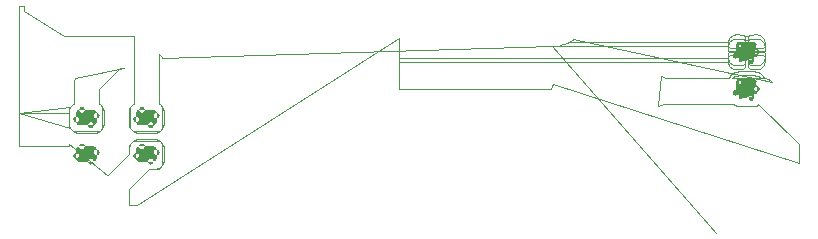
<source format=gbr>
From f3fab3b2e0c5d02cc18abab27c27055bb23d4def Mon Sep 17 00:00:00 2001
From: Blaise Thompson <blaise@untzag.com>
Date: Fri, 5 Mar 2021 10:08:24 -0600
Subject: analog-driver revision B

---
 analog-driver/gerber/driver-F_Cu.gbr | 787 +++++++++++++++++------------------
 1 file changed, 388 insertions(+), 399 deletions(-)

(limited to 'analog-driver/gerber/driver-F_Cu.gbr')

diff --git a/analog-driver/gerber/driver-F_Cu.gbr b/analog-driver/gerber/driver-F_Cu.gbr
index 91eb4ca..65a0b46 100644
--- a/analog-driver/gerber/driver-F_Cu.gbr
+++ b/analog-driver/gerber/driver-F_Cu.gbr
@@ -1,12 +1,12 @@
 %TF.GenerationSoftware,KiCad,Pcbnew,5.1.8+dfsg1-1+b1*%
-%TF.CreationDate,2021-01-29T12:05:02-06:00*%
-%TF.ProjectId,driver,64726976-6572-42e6-9b69-6361645f7063,1.0.0*%
+%TF.CreationDate,2021-03-05T10:02:30-06:00*%
+%TF.ProjectId,driver,64726976-6572-42e6-9b69-6361645f7063,B*%
 %TF.SameCoordinates,Original*%
 %TF.FileFunction,Copper,L1,Top*%
 %TF.FilePolarity,Positive*%
 %FSLAX46Y46*%
 G04 Gerber Fmt 4.6, Leading zero omitted, Abs format (unit mm)*
-G04 Created by KiCad (PCBNEW 5.1.8+dfsg1-1+b1) date 2021-01-29 12:05:02*
+G04 Created by KiCad (PCBNEW 5.1.8+dfsg1-1+b1) date 2021-03-05 10:02:30*
 %MOMM*%
 %LPD*%
 G01*
@@ -116,26 +116,26 @@ X89535000Y-82550000D03*
 %TA.AperFunction,SMDPad,CuDef*%
 G36*
 G01*
-X92085000Y-94245000D02*
-X93335000Y-94245000D01*
+X92084999Y-94245000D02*
+X93335001Y-94245000D01*
 G75*
 G02*
-X93585000Y-94495000I0J-250000D01*
+X93585000Y-94494999I0J-249999D01*
 G01*
-X93585000Y-95295000D01*
+X93585000Y-95295001D01*
 G75*
 G02*
-X93335000Y-95545000I-250000J0D01*
+X93335001Y-95545000I-249999J0D01*
 G01*
-X92085000Y-95545000D01*
+X92084999Y-95545000D01*
 G75*
 G02*
-X91835000Y-95295000I0J250000D01*
+X91835000Y-95295001I0J249999D01*
 G01*
-X91835000Y-94495000D01*
+X91835000Y-94494999D01*
 G75*
 G02*
-X92085000Y-94245000I250000J0D01*
+X92084999Y-94245000I249999J0D01*
 G01*
 G37*
 %TD.AperFunction*%
@@ -144,26 +144,26 @@ G37*
 %TA.AperFunction,SMDPad,CuDef*%
 G36*
 G01*
-X92085000Y-91145000D02*
-X93335000Y-91145000D01*
+X92084999Y-91145000D02*
+X93335001Y-91145000D01*
 G75*
 G02*
-X93585000Y-91395000I0J-250000D01*
+X93585000Y-91394999I0J-249999D01*
 G01*
-X93585000Y-92195000D01*
+X93585000Y-92195001D01*
 G75*
 G02*
-X93335000Y-92445000I-250000J0D01*
+X93335001Y-92445000I-249999J0D01*
 G01*
-X92085000Y-92445000D01*
+X92084999Y-92445000D01*
 G75*
 G02*
-X91835000Y-92195000I0J250000D01*
+X91835000Y-92195001I0J249999D01*
 G01*
-X91835000Y-91395000D01*
+X91835000Y-91394999D01*
 G75*
 G02*
-X92085000Y-91145000I250000J0D01*
+X92084999Y-91145000I249999J0D01*
 G01*
 G37*
 %TD.AperFunction*%
@@ -173,26 +173,26 @@ G37*
 %TA.AperFunction,SMDPad,CuDef*%
 G36*
 G01*
-X98415000Y-92445000D02*
-X97165000Y-92445000D01*
+X98415001Y-92445000D02*
+X97164999Y-92445000D01*
 G75*
 G02*
-X96915000Y-92195000I0J250000D01*
+X96915000Y-92195001I0J249999D01*
 G01*
-X96915000Y-91395000D01*
+X96915000Y-91394999D01*
 G75*
 G02*
-X97165000Y-91145000I250000J0D01*
+X97164999Y-91145000I249999J0D01*
 G01*
-X98415000Y-91145000D01*
+X98415001Y-91145000D01*
 G75*
 G02*
-X98665000Y-91395000I0J-250000D01*
+X98665000Y-91394999I0J-249999D01*
 G01*
-X98665000Y-92195000D01*
+X98665000Y-92195001D01*
 G75*
 G02*
-X98415000Y-92445000I-250000J0D01*
+X98415001Y-92445000I-249999J0D01*
 G01*
 G37*
 %TD.AperFunction*%
@@ -201,26 +201,26 @@ G37*
 %TA.AperFunction,SMDPad,CuDef*%
 G36*
 G01*
-X98415000Y-95545000D02*
-X97165000Y-95545000D01*
+X98415001Y-95545000D02*
+X97164999Y-95545000D01*
 G75*
 G02*
-X96915000Y-95295000I0J250000D01*
+X96915000Y-95295001I0J249999D01*
 G01*
-X96915000Y-94495000D01*
+X96915000Y-94494999D01*
 G75*
 G02*
-X97165000Y-94245000I250000J0D01*
+X97164999Y-94245000I249999J0D01*
 G01*
-X98415000Y-94245000D01*
+X98415001Y-94245000D01*
 G75*
 G02*
-X98665000Y-94495000I0J-250000D01*
+X98665000Y-94494999I0J-249999D01*
 G01*
-X98665000Y-95295000D01*
+X98665000Y-95295001D01*
 G75*
 G02*
-X98415000Y-95545000I-250000J0D01*
+X98415001Y-95545000I-249999J0D01*
 G01*
 G37*
 %TD.AperFunction*%
@@ -230,26 +230,26 @@ G37*
 %TA.AperFunction,SMDPad,CuDef*%
 G36*
 G01*
-X147939999Y-85747500D02*
-X149240001Y-85747500D01*
+X147939998Y-85405000D02*
+X149240002Y-85405000D01*
 G75*
 G02*
-X149490000Y-85997499I0J-249999D01*
+X149490000Y-85654998I0J-249998D01*
 G01*
-X149490000Y-86822501D01*
+X149490000Y-86480002D01*
 G75*
 G02*
-X149240001Y-87072500I-249999J0D01*
+X149240002Y-86730000I-249998J0D01*
 G01*
-X147939999Y-87072500D01*
+X147939998Y-86730000D01*
 G75*
 G02*
-X147690000Y-86822501I0J249999D01*
+X147690000Y-86480002I0J249998D01*
 G01*
-X147690000Y-85997499D01*
+X147690000Y-85654998D01*
 G75*
 G02*
-X147939999Y-85747500I249999J0D01*
+X147939998Y-85405000I249998J0D01*
 G01*
 G37*
 %TD.AperFunction*%
@@ -258,26 +258,26 @@ G37*
 %TA.AperFunction,SMDPad,CuDef*%
 G36*
 G01*
-X147939999Y-88872500D02*
-X149240001Y-88872500D01*
+X147939998Y-88530000D02*
+X149240002Y-88530000D01*
 G75*
 G02*
-X149490000Y-89122499I0J-249999D01*
+X149490000Y-88779998I0J-249998D01*
 G01*
-X149490000Y-89947501D01*
+X149490000Y-89605002D01*
 G75*
 G02*
-X149240001Y-90197500I-249999J0D01*
+X149240002Y-89855000I-249998J0D01*
 G01*
-X147939999Y-90197500D01*
+X147939998Y-89855000D01*
 G75*
 G02*
-X147690000Y-89947501I0J249999D01*
+X147690000Y-89605002I0J249998D01*
 G01*
-X147690000Y-89122499D01*
+X147690000Y-88779998D01*
 G75*
 G02*
-X147939999Y-88872500I249999J0D01*
+X147939998Y-88530000I249998J0D01*
 G01*
 G37*
 %TD.AperFunction*%
@@ -555,10 +555,9 @@ X158750000Y-101600000D03*
 %TD*%
 D16*
 %TO.P,J5,4*%
-%TO.N,Net-(J5-Pad4)*%
+%TO.N,N/C*%
 X146050000Y-99060000D03*
 %TO.P,J5,3*%
-%TO.N,Net-(J5-Pad3)*%
 X146050000Y-101600000D03*
 %TO.P,J5,2*%
 %TO.N,+12V*%
@@ -729,39 +728,6 @@ X132113647Y-85775000D01*
 X132144018Y-85772009D01*
 X132159815Y-85772119D01*
 X132169334Y-85771186D01*
-X132394686Y-85747500D01*
-X147051928Y-85747500D01*
-X147055000Y-86124250D01*
-X147213750Y-86283000D01*
-X148463000Y-86283000D01*
-X148463000Y-85271250D01*
-X148717000Y-85271250D01*
-X148717000Y-86283000D01*
-X149966250Y-86283000D01*
-X150125000Y-86124250D01*
-X150128072Y-85747500D01*
-X150115812Y-85623018D01*
-X150079502Y-85503320D01*
-X150020537Y-85393006D01*
-X149941185Y-85296315D01*
-X149844494Y-85216963D01*
-X149734180Y-85157998D01*
-X149614482Y-85121688D01*
-X149490000Y-85109428D01*
-X148875750Y-85112500D01*
-X148717000Y-85271250D01*
-X148463000Y-85271250D01*
-X148304250Y-85112500D01*
-X147690000Y-85109428D01*
-X147565518Y-85121688D01*
-X147445820Y-85157998D01*
-X147335506Y-85216963D01*
-X147238815Y-85296315D01*
-X147159463Y-85393006D01*
-X147100498Y-85503320D01*
-X147064188Y-85623018D01*
-X147051928Y-85747500D01*
-X132394686Y-85747500D01*
 X132662340Y-85719368D01*
 X132723121Y-85706891D01*
 X132784142Y-85695251D01*
@@ -772,6 +738,39 @@ X133381648Y-85498581D01*
 X133390089Y-85494093D01*
 X133390094Y-85494091D01*
 X133390098Y-85494088D01*
+X133554862Y-85405000D01*
+X147051928Y-85405000D01*
+X147055000Y-85781750D01*
+X147213750Y-85940500D01*
+X148463000Y-85940500D01*
+X148463000Y-84928750D01*
+X148717000Y-84928750D01*
+X148717000Y-85940500D01*
+X149966250Y-85940500D01*
+X150125000Y-85781750D01*
+X150128072Y-85405000D01*
+X150115812Y-85280518D01*
+X150079502Y-85160820D01*
+X150020537Y-85050506D01*
+X149941185Y-84953815D01*
+X149844494Y-84874463D01*
+X149734180Y-84815498D01*
+X149614482Y-84779188D01*
+X149490000Y-84766928D01*
+X148875750Y-84770000D01*
+X148717000Y-84928750D01*
+X148463000Y-84928750D01*
+X148304250Y-84770000D01*
+X147690000Y-84766928D01*
+X147565518Y-84779188D01*
+X147445820Y-84815498D01*
+X147335506Y-84874463D01*
+X147238815Y-84953815D01*
+X147159463Y-85050506D01*
+X147100498Y-85160820D01*
+X147064188Y-85280518D01*
+X147051928Y-85405000D01*
+X133554862Y-85405000D01*
 X133826153Y-85258314D01*
 X133877616Y-85223602D01*
 X133929573Y-85189602D01*
@@ -1162,19 +1161,22 @@ X150762015Y-88767985D01*
 X150597640Y-88633086D01*
 X150410106Y-88532847D01*
 X150206619Y-88471120D01*
-X150048029Y-88455500D01*
-X149995000Y-88450277D01*
-X149941971Y-88455500D01*
-X149820394Y-88455500D01*
-X149733387Y-88384095D01*
-X149579851Y-88302028D01*
-X149413255Y-88251492D01*
-X149240001Y-88234428D01*
-X147939999Y-88234428D01*
-X147766745Y-88251492D01*
-X147600149Y-88302028D01*
-X147446613Y-88384095D01*
-X147359606Y-88455500D01*
+X150065656Y-88457236D01*
+X150060472Y-88440148D01*
+X149978405Y-88286613D01*
+X149867962Y-88152038D01*
+X149733387Y-88041595D01*
+X149579852Y-87959528D01*
+X149413256Y-87908992D01*
+X149240002Y-87891928D01*
+X147939998Y-87891928D01*
+X147766744Y-87908992D01*
+X147600148Y-87959528D01*
+X147446613Y-88041595D01*
+X147312038Y-88152038D01*
+X147201595Y-88286613D01*
+X147119528Y-88440148D01*
+X147114871Y-88455500D01*
 X141667354Y-88455500D01*
 X141578676Y-88396247D01*
 X141344821Y-88299381D01*
@@ -1286,15 +1288,7 @@ X141096561Y-90820000D01*
 X141344821Y-90770619D01*
 X141578676Y-90673753D01*
 X141667354Y-90614500D01*
-X147359606Y-90614500D01*
-X147446613Y-90685905D01*
-X147600149Y-90767972D01*
-X147766745Y-90818508D01*
-X147939999Y-90835572D01*
-X149240001Y-90835572D01*
-X149413255Y-90818508D01*
-X149579851Y-90767972D01*
-X149659015Y-90725658D01*
+X149547858Y-90614500D01*
 X153010500Y-94077144D01*
 X153010501Y-95616961D01*
 X153005277Y-95670000D01*
@@ -1607,39 +1601,39 @@ X132211247Y-88926324D01*
 X132114381Y-89160179D01*
 X132065000Y-89408439D01*
 X119189500Y-89408439D01*
-X119189500Y-87072500D01*
-X147051928Y-87072500D01*
-X147064188Y-87196982D01*
-X147100498Y-87316680D01*
-X147159463Y-87426994D01*
-X147238815Y-87523685D01*
-X147335506Y-87603037D01*
-X147445820Y-87662002D01*
-X147565518Y-87698312D01*
-X147690000Y-87710572D01*
-X148304250Y-87707500D01*
-X148463000Y-87548750D01*
-X148463000Y-86537000D01*
-X148717000Y-86537000D01*
-X148717000Y-87548750D01*
-X148875750Y-87707500D01*
-X149490000Y-87710572D01*
-X149614482Y-87698312D01*
-X149734180Y-87662002D01*
-X149844494Y-87603037D01*
-X149941185Y-87523685D01*
-X150020537Y-87426994D01*
-X150079502Y-87316680D01*
-X150115812Y-87196982D01*
-X150128072Y-87072500D01*
-X150125000Y-86695750D01*
-X149966250Y-86537000D01*
-X148717000Y-86537000D01*
-X148463000Y-86537000D01*
-X147213750Y-86537000D01*
-X147055000Y-86695750D01*
-X147051928Y-87072500D01*
-X119189500Y-87072500D01*
+X119189500Y-86730000D01*
+X147051928Y-86730000D01*
+X147064188Y-86854482D01*
+X147100498Y-86974180D01*
+X147159463Y-87084494D01*
+X147238815Y-87181185D01*
+X147335506Y-87260537D01*
+X147445820Y-87319502D01*
+X147565518Y-87355812D01*
+X147690000Y-87368072D01*
+X148304250Y-87365000D01*
+X148463000Y-87206250D01*
+X148463000Y-86194500D01*
+X148717000Y-86194500D01*
+X148717000Y-87206250D01*
+X148875750Y-87365000D01*
+X149490000Y-87368072D01*
+X149614482Y-87355812D01*
+X149734180Y-87319502D01*
+X149844494Y-87260537D01*
+X149941185Y-87181185D01*
+X150020537Y-87084494D01*
+X150079502Y-86974180D01*
+X150115812Y-86854482D01*
+X150128072Y-86730000D01*
+X150125000Y-86353250D01*
+X149966250Y-86194500D01*
+X148717000Y-86194500D01*
+X148463000Y-86194500D01*
+X147213750Y-86194500D01*
+X147055000Y-86353250D01*
+X147051928Y-86730000D01*
+X119189500Y-86730000D01*
 X119189500Y-85143021D01*
 X119194722Y-85089999D01*
 X119189500Y-85036978D01*
@@ -1812,33 +1806,33 @@ X97000000Y-99211928D01*
 X96329500Y-99211928D01*
 X96329500Y-97882142D01*
 X98028571Y-96183072D01*
-X98415000Y-96183072D01*
-X98588254Y-96166008D01*
-X98754850Y-96115472D01*
-X98908386Y-96033405D01*
+X98415001Y-96183072D01*
+X98588255Y-96166008D01*
+X98754851Y-96115472D01*
+X98908387Y-96033405D01*
 X99042962Y-95922962D01*
-X99153405Y-95788386D01*
-X99235472Y-95634850D01*
-X99286008Y-95468254D01*
-X99303072Y-95295000D01*
-X99303072Y-94495000D01*
-X99286008Y-94321746D01*
-X99235472Y-94155150D01*
-X99153405Y-94001614D01*
+X99153405Y-95788387D01*
+X99235472Y-95634851D01*
+X99286008Y-95468255D01*
+X99303072Y-95295001D01*
+X99303072Y-94494999D01*
+X99286008Y-94321745D01*
+X99235472Y-94155149D01*
+X99153405Y-94001613D01*
 X99042962Y-93867038D01*
-X98908386Y-93756595D01*
-X98754850Y-93674528D01*
-X98588254Y-93623992D01*
-X98415000Y-93606928D01*
-X97165000Y-93606928D01*
-X96991746Y-93623992D01*
-X96825150Y-93674528D01*
-X96671614Y-93756595D01*
+X98908387Y-93756595D01*
+X98754851Y-93674528D01*
+X98588255Y-93623992D01*
+X98415001Y-93606928D01*
+X97164999Y-93606928D01*
+X96991745Y-93623992D01*
+X96825149Y-93674528D01*
+X96671613Y-93756595D01*
 X96537038Y-93867038D01*
-X96426595Y-94001614D01*
-X96344528Y-94155150D01*
-X96293992Y-94321746D01*
-X96276928Y-94495000D01*
+X96426595Y-94001613D01*
+X96344528Y-94155149D01*
+X96293992Y-94321745D01*
+X96276928Y-94494999D01*
 X96276928Y-94881429D01*
 X94524180Y-96634178D01*
 X94482986Y-96667985D01*
@@ -2023,33 +2017,33 @@ X91245498Y-94000820D01*
 X91209188Y-94120518D01*
 X91196928Y-94245000D01*
 X87045000Y-94245000D01*
-X87045000Y-91395000D01*
-X91196928Y-91395000D01*
-X91196928Y-92195000D01*
-X91213992Y-92368254D01*
-X91264528Y-92534850D01*
-X91346595Y-92688386D01*
+X87045000Y-91394999D01*
+X91196928Y-91394999D01*
+X91196928Y-92195001D01*
+X91213992Y-92368255D01*
+X91264528Y-92534851D01*
+X91346595Y-92688387D01*
 X91457038Y-92822962D01*
-X91591614Y-92933405D01*
-X91745150Y-93015472D01*
-X91911746Y-93066008D01*
-X92085000Y-93083072D01*
-X93335000Y-93083072D01*
-X93508254Y-93066008D01*
-X93674850Y-93015472D01*
-X93828386Y-92933405D01*
+X91591613Y-92933405D01*
+X91745149Y-93015472D01*
+X91911745Y-93066008D01*
+X92084999Y-93083072D01*
+X93335001Y-93083072D01*
+X93508255Y-93066008D01*
+X93674851Y-93015472D01*
+X93828387Y-92933405D01*
 X93962962Y-92822962D01*
-X94073405Y-92688386D01*
-X94155472Y-92534850D01*
-X94206008Y-92368254D01*
-X94223072Y-92195000D01*
-X94223072Y-91395000D01*
-X94206008Y-91221746D01*
-X94155472Y-91055150D01*
-X94073405Y-90901614D01*
+X94073405Y-92688387D01*
+X94155472Y-92534851D01*
+X94206008Y-92368255D01*
+X94223072Y-92195001D01*
+X94223072Y-91394999D01*
+X94206008Y-91221745D01*
+X94155472Y-91055149D01*
+X94073405Y-90901613D01*
 X93962962Y-90767038D01*
-X93828386Y-90656595D01*
-X93789500Y-90635810D01*
+X93828387Y-90656595D01*
+X93789500Y-90635809D01*
 X93789500Y-89347142D01*
 X95527571Y-87609072D01*
 X95861000Y-87609072D01*
@@ -2088,14 +2082,14 @@ X91707847Y-88484896D01*
 X91646120Y-88688382D01*
 X91625277Y-88900000D01*
 X91630500Y-88953029D01*
-X91630501Y-90635810D01*
-X91591614Y-90656595D01*
+X91630501Y-90635809D01*
+X91591613Y-90656595D01*
 X91457038Y-90767038D01*
-X91346595Y-90901614D01*
-X91264528Y-91055150D01*
-X91213992Y-91221746D01*
-X91196928Y-91395000D01*
-X87045000Y-91395000D01*
+X91346595Y-90901613D01*
+X91264528Y-91055149D01*
+X91213992Y-91221745D01*
+X91196928Y-91394999D01*
+X87045000Y-91394999D01*
 X87045000Y-82339721D01*
 X87400000Y-82339721D01*
 X87400000Y-82760279D01*
@@ -2117,37 +2111,37 @@ X90804999Y-84904722D01*
 X90858021Y-84899500D01*
 X96710500Y-84899500D01*
 X96710501Y-90635809D01*
-X96671614Y-90656595D01*
+X96671613Y-90656595D01*
 X96537038Y-90767038D01*
-X96426595Y-90901614D01*
-X96344528Y-91055150D01*
-X96293992Y-91221746D01*
-X96276928Y-91395000D01*
-X96276928Y-92195000D01*
-X96293992Y-92368254D01*
-X96344528Y-92534850D01*
-X96426595Y-92688386D01*
+X96426595Y-90901613D01*
+X96344528Y-91055149D01*
+X96293992Y-91221745D01*
+X96276928Y-91394999D01*
+X96276928Y-92195001D01*
+X96293992Y-92368255D01*
+X96344528Y-92534851D01*
+X96426595Y-92688387D01*
 X96537038Y-92822962D01*
-X96671614Y-92933405D01*
-X96825150Y-93015472D01*
-X96991746Y-93066008D01*
-X97165000Y-93083072D01*
-X98415000Y-93083072D01*
-X98588254Y-93066008D01*
-X98754850Y-93015472D01*
-X98908386Y-92933405D01*
+X96671613Y-92933405D01*
+X96825149Y-93015472D01*
+X96991745Y-93066008D01*
+X97164999Y-93083072D01*
+X98415001Y-93083072D01*
+X98588255Y-93066008D01*
+X98754851Y-93015472D01*
+X98908387Y-92933405D01*
 X99042962Y-92822962D01*
-X99153405Y-92688386D01*
-X99235472Y-92534850D01*
-X99286008Y-92368254D01*
-X99303072Y-92195000D01*
-X99303072Y-91395000D01*
-X99286008Y-91221746D01*
-X99235472Y-91055150D01*
-X99153405Y-90901614D01*
+X99153405Y-92688387D01*
+X99235472Y-92534851D01*
+X99286008Y-92368255D01*
+X99303072Y-92195001D01*
+X99303072Y-91394999D01*
+X99286008Y-91221745D01*
+X99235472Y-91055149D01*
+X99153405Y-90901613D01*
 X99042962Y-90767038D01*
-X98908386Y-90656595D01*
-X98869500Y-90635810D01*
+X98908387Y-90656595D01*
+X98869500Y-90635809D01*
 X98869500Y-86426143D01*
 X99123213Y-86679855D01*
 X99131883Y-86723445D01*
@@ -2287,39 +2281,6 @@ X132113647Y-85775000D01*
 X132144018Y-85772009D01*
 X132159815Y-85772119D01*
 X132169334Y-85771186D01*
-X132394686Y-85747500D01*
-X147051928Y-85747500D01*
-X147055000Y-86124250D01*
-X147213750Y-86283000D01*
-X148463000Y-86283000D01*
-X148463000Y-85271250D01*
-X148717000Y-85271250D01*
-X148717000Y-86283000D01*
-X149966250Y-86283000D01*
-X150125000Y-86124250D01*
-X150128072Y-85747500D01*
-X150115812Y-85623018D01*
-X150079502Y-85503320D01*
-X150020537Y-85393006D01*
-X149941185Y-85296315D01*
-X149844494Y-85216963D01*
-X149734180Y-85157998D01*
-X149614482Y-85121688D01*
-X149490000Y-85109428D01*
-X148875750Y-85112500D01*
-X148717000Y-85271250D01*
-X148463000Y-85271250D01*
-X148304250Y-85112500D01*
-X147690000Y-85109428D01*
-X147565518Y-85121688D01*
-X147445820Y-85157998D01*
-X147335506Y-85216963D01*
-X147238815Y-85296315D01*
-X147159463Y-85393006D01*
-X147100498Y-85503320D01*
-X147064188Y-85623018D01*
-X147051928Y-85747500D01*
-X132394686Y-85747500D01*
 X132662340Y-85719368D01*
 X132723121Y-85706891D01*
 X132784142Y-85695251D01*
@@ -2330,6 +2291,39 @@ X133381648Y-85498581D01*
 X133390089Y-85494093D01*
 X133390094Y-85494091D01*
 X133390098Y-85494088D01*
+X133554862Y-85405000D01*
+X147051928Y-85405000D01*
+X147055000Y-85781750D01*
+X147213750Y-85940500D01*
+X148463000Y-85940500D01*
+X148463000Y-84928750D01*
+X148717000Y-84928750D01*
+X148717000Y-85940500D01*
+X149966250Y-85940500D01*
+X150125000Y-85781750D01*
+X150128072Y-85405000D01*
+X150115812Y-85280518D01*
+X150079502Y-85160820D01*
+X150020537Y-85050506D01*
+X149941185Y-84953815D01*
+X149844494Y-84874463D01*
+X149734180Y-84815498D01*
+X149614482Y-84779188D01*
+X149490000Y-84766928D01*
+X148875750Y-84770000D01*
+X148717000Y-84928750D01*
+X148463000Y-84928750D01*
+X148304250Y-84770000D01*
+X147690000Y-84766928D01*
+X147565518Y-84779188D01*
+X147445820Y-84815498D01*
+X147335506Y-84874463D01*
+X147238815Y-84953815D01*
+X147159463Y-85050506D01*
+X147100498Y-85160820D01*
+X147064188Y-85280518D01*
+X147051928Y-85405000D01*
+X133554862Y-85405000D01*
 X133826153Y-85258314D01*
 X133877616Y-85223602D01*
 X133929573Y-85189602D01*
@@ -2720,19 +2714,22 @@ X150762015Y-88767985D01*
 X150597640Y-88633086D01*
 X150410106Y-88532847D01*
 X150206619Y-88471120D01*
-X150048029Y-88455500D01*
-X149995000Y-88450277D01*
-X149941971Y-88455500D01*
-X149820394Y-88455500D01*
-X149733387Y-88384095D01*
-X149579851Y-88302028D01*
-X149413255Y-88251492D01*
-X149240001Y-88234428D01*
-X147939999Y-88234428D01*
-X147766745Y-88251492D01*
-X147600149Y-88302028D01*
-X147446613Y-88384095D01*
-X147359606Y-88455500D01*
+X150065656Y-88457236D01*
+X150060472Y-88440148D01*
+X149978405Y-88286613D01*
+X149867962Y-88152038D01*
+X149733387Y-88041595D01*
+X149579852Y-87959528D01*
+X149413256Y-87908992D01*
+X149240002Y-87891928D01*
+X147939998Y-87891928D01*
+X147766744Y-87908992D01*
+X147600148Y-87959528D01*
+X147446613Y-88041595D01*
+X147312038Y-88152038D01*
+X147201595Y-88286613D01*
+X147119528Y-88440148D01*
+X147114871Y-88455500D01*
 X141667354Y-88455500D01*
 X141578676Y-88396247D01*
 X141344821Y-88299381D01*
@@ -2844,15 +2841,7 @@ X141096561Y-90820000D01*
 X141344821Y-90770619D01*
 X141578676Y-90673753D01*
 X141667354Y-90614500D01*
-X147359606Y-90614500D01*
-X147446613Y-90685905D01*
-X147600149Y-90767972D01*
-X147766745Y-90818508D01*
-X147939999Y-90835572D01*
-X149240001Y-90835572D01*
-X149413255Y-90818508D01*
-X149579851Y-90767972D01*
-X149659015Y-90725658D01*
+X149547858Y-90614500D01*
 X153010500Y-94077144D01*
 X153010501Y-95616961D01*
 X153005277Y-95670000D01*
@@ -3165,39 +3154,39 @@ X132211247Y-88926324D01*
 X132114381Y-89160179D01*
 X132065000Y-89408439D01*
 X119189500Y-89408439D01*
-X119189500Y-87072500D01*
-X147051928Y-87072500D01*
-X147064188Y-87196982D01*
-X147100498Y-87316680D01*
-X147159463Y-87426994D01*
-X147238815Y-87523685D01*
-X147335506Y-87603037D01*
-X147445820Y-87662002D01*
-X147565518Y-87698312D01*
-X147690000Y-87710572D01*
-X148304250Y-87707500D01*
-X148463000Y-87548750D01*
-X148463000Y-86537000D01*
-X148717000Y-86537000D01*
-X148717000Y-87548750D01*
-X148875750Y-87707500D01*
-X149490000Y-87710572D01*
-X149614482Y-87698312D01*
-X149734180Y-87662002D01*
-X149844494Y-87603037D01*
-X149941185Y-87523685D01*
-X150020537Y-87426994D01*
-X150079502Y-87316680D01*
-X150115812Y-87196982D01*
-X150128072Y-87072500D01*
-X150125000Y-86695750D01*
-X149966250Y-86537000D01*
-X148717000Y-86537000D01*
-X148463000Y-86537000D01*
-X147213750Y-86537000D01*
-X147055000Y-86695750D01*
-X147051928Y-87072500D01*
-X119189500Y-87072500D01*
+X119189500Y-86730000D01*
+X147051928Y-86730000D01*
+X147064188Y-86854482D01*
+X147100498Y-86974180D01*
+X147159463Y-87084494D01*
+X147238815Y-87181185D01*
+X147335506Y-87260537D01*
+X147445820Y-87319502D01*
+X147565518Y-87355812D01*
+X147690000Y-87368072D01*
+X148304250Y-87365000D01*
+X148463000Y-87206250D01*
+X148463000Y-86194500D01*
+X148717000Y-86194500D01*
+X148717000Y-87206250D01*
+X148875750Y-87365000D01*
+X149490000Y-87368072D01*
+X149614482Y-87355812D01*
+X149734180Y-87319502D01*
+X149844494Y-87260537D01*
+X149941185Y-87181185D01*
+X150020537Y-87084494D01*
+X150079502Y-86974180D01*
+X150115812Y-86854482D01*
+X150128072Y-86730000D01*
+X150125000Y-86353250D01*
+X149966250Y-86194500D01*
+X148717000Y-86194500D01*
+X148463000Y-86194500D01*
+X147213750Y-86194500D01*
+X147055000Y-86353250D01*
+X147051928Y-86730000D01*
+X119189500Y-86730000D01*
 X119189500Y-85143021D01*
 X119194722Y-85089999D01*
 X119189500Y-85036978D01*
@@ -3370,33 +3359,33 @@ X97000000Y-99211928D01*
 X96329500Y-99211928D01*
 X96329500Y-97882142D01*
 X98028571Y-96183072D01*
-X98415000Y-96183072D01*
-X98588254Y-96166008D01*
-X98754850Y-96115472D01*
-X98908386Y-96033405D01*
+X98415001Y-96183072D01*
+X98588255Y-96166008D01*
+X98754851Y-96115472D01*
+X98908387Y-96033405D01*
 X99042962Y-95922962D01*
-X99153405Y-95788386D01*
-X99235472Y-95634850D01*
-X99286008Y-95468254D01*
-X99303072Y-95295000D01*
-X99303072Y-94495000D01*
-X99286008Y-94321746D01*
-X99235472Y-94155150D01*
-X99153405Y-94001614D01*
+X99153405Y-95788387D01*
+X99235472Y-95634851D01*
+X99286008Y-95468255D01*
+X99303072Y-95295001D01*
+X99303072Y-94494999D01*
+X99286008Y-94321745D01*
+X99235472Y-94155149D01*
+X99153405Y-94001613D01*
 X99042962Y-93867038D01*
-X98908386Y-93756595D01*
-X98754850Y-93674528D01*
-X98588254Y-93623992D01*
-X98415000Y-93606928D01*
-X97165000Y-93606928D01*
-X96991746Y-93623992D01*
-X96825150Y-93674528D01*
-X96671614Y-93756595D01*
+X98908387Y-93756595D01*
+X98754851Y-93674528D01*
+X98588255Y-93623992D01*
+X98415001Y-93606928D01*
+X97164999Y-93606928D01*
+X96991745Y-93623992D01*
+X96825149Y-93674528D01*
+X96671613Y-93756595D01*
 X96537038Y-93867038D01*
-X96426595Y-94001614D01*
-X96344528Y-94155150D01*
-X96293992Y-94321746D01*
-X96276928Y-94495000D01*
+X96426595Y-94001613D01*
+X96344528Y-94155149D01*
+X96293992Y-94321745D01*
+X96276928Y-94494999D01*
 X96276928Y-94881429D01*
 X94524180Y-96634178D01*
 X94482986Y-96667985D01*
@@ -3581,33 +3570,33 @@ X91245498Y-94000820D01*
 X91209188Y-94120518D01*
 X91196928Y-94245000D01*
 X87045000Y-94245000D01*
-X87045000Y-91395000D01*
-X91196928Y-91395000D01*
-X91196928Y-92195000D01*
-X91213992Y-92368254D01*
-X91264528Y-92534850D01*
-X91346595Y-92688386D01*
+X87045000Y-91394999D01*
+X91196928Y-91394999D01*
+X91196928Y-92195001D01*
+X91213992Y-92368255D01*
+X91264528Y-92534851D01*
+X91346595Y-92688387D01*
 X91457038Y-92822962D01*
-X91591614Y-92933405D01*
-X91745150Y-93015472D01*
-X91911746Y-93066008D01*
-X92085000Y-93083072D01*
-X93335000Y-93083072D01*
-X93508254Y-93066008D01*
-X93674850Y-93015472D01*
-X93828386Y-92933405D01*
+X91591613Y-92933405D01*
+X91745149Y-93015472D01*
+X91911745Y-93066008D01*
+X92084999Y-93083072D01*
+X93335001Y-93083072D01*
+X93508255Y-93066008D01*
+X93674851Y-93015472D01*
+X93828387Y-92933405D01*
 X93962962Y-92822962D01*
-X94073405Y-92688386D01*
-X94155472Y-92534850D01*
-X94206008Y-92368254D01*
-X94223072Y-92195000D01*
-X94223072Y-91395000D01*
-X94206008Y-91221746D01*
-X94155472Y-91055150D01*
-X94073405Y-90901614D01*
+X94073405Y-92688387D01*
+X94155472Y-92534851D01*
+X94206008Y-92368255D01*
+X94223072Y-92195001D01*
+X94223072Y-91394999D01*
+X94206008Y-91221745D01*
+X94155472Y-91055149D01*
+X94073405Y-90901613D01*
 X93962962Y-90767038D01*
-X93828386Y-90656595D01*
-X93789500Y-90635810D01*
+X93828387Y-90656595D01*
+X93789500Y-90635809D01*
 X93789500Y-89347142D01*
 X95527571Y-87609072D01*
 X95861000Y-87609072D01*
@@ -3646,14 +3635,14 @@ X91707847Y-88484896D01*
 X91646120Y-88688382D01*
 X91625277Y-88900000D01*
 X91630500Y-88953029D01*
-X91630501Y-90635810D01*
-X91591614Y-90656595D01*
+X91630501Y-90635809D01*
+X91591613Y-90656595D01*
 X91457038Y-90767038D01*
-X91346595Y-90901614D01*
-X91264528Y-91055150D01*
-X91213992Y-91221746D01*
-X91196928Y-91395000D01*
-X87045000Y-91395000D01*
+X91346595Y-90901613D01*
+X91264528Y-91055149D01*
+X91213992Y-91221745D01*
+X91196928Y-91394999D01*
+X87045000Y-91394999D01*
 X87045000Y-82339721D01*
 X87400000Y-82339721D01*
 X87400000Y-82760279D01*
@@ -3675,37 +3664,37 @@ X90804999Y-84904722D01*
 X90858021Y-84899500D01*
 X96710500Y-84899500D01*
 X96710501Y-90635809D01*
-X96671614Y-90656595D01*
+X96671613Y-90656595D01*
 X96537038Y-90767038D01*
-X96426595Y-90901614D01*
-X96344528Y-91055150D01*
-X96293992Y-91221746D01*
-X96276928Y-91395000D01*
-X96276928Y-92195000D01*
-X96293992Y-92368254D01*
-X96344528Y-92534850D01*
-X96426595Y-92688386D01*
+X96426595Y-90901613D01*
+X96344528Y-91055149D01*
+X96293992Y-91221745D01*
+X96276928Y-91394999D01*
+X96276928Y-92195001D01*
+X96293992Y-92368255D01*
+X96344528Y-92534851D01*
+X96426595Y-92688387D01*
 X96537038Y-92822962D01*
-X96671614Y-92933405D01*
-X96825150Y-93015472D01*
-X96991746Y-93066008D01*
-X97165000Y-93083072D01*
-X98415000Y-93083072D01*
-X98588254Y-93066008D01*
-X98754850Y-93015472D01*
-X98908386Y-92933405D01*
+X96671613Y-92933405D01*
+X96825149Y-93015472D01*
+X96991745Y-93066008D01*
+X97164999Y-93083072D01*
+X98415001Y-93083072D01*
+X98588255Y-93066008D01*
+X98754851Y-93015472D01*
+X98908387Y-92933405D01*
 X99042962Y-92822962D01*
-X99153405Y-92688386D01*
-X99235472Y-92534850D01*
-X99286008Y-92368254D01*
-X99303072Y-92195000D01*
-X99303072Y-91395000D01*
-X99286008Y-91221746D01*
-X99235472Y-91055150D01*
-X99153405Y-90901614D01*
+X99153405Y-92688387D01*
+X99235472Y-92534851D01*
+X99286008Y-92368255D01*
+X99303072Y-92195001D01*
+X99303072Y-91394999D01*
+X99286008Y-91221745D01*
+X99235472Y-91055149D01*
+X99153405Y-90901613D01*
 X99042962Y-90767038D01*
-X98908386Y-90656595D01*
-X98869500Y-90635810D01*
+X98908387Y-90656595D01*
+X98869500Y-90635809D01*
 X98869500Y-86426143D01*
 X99123213Y-86679855D01*
 X99131883Y-86723445D01*
-- 
cgit v1.2.3


</source>
